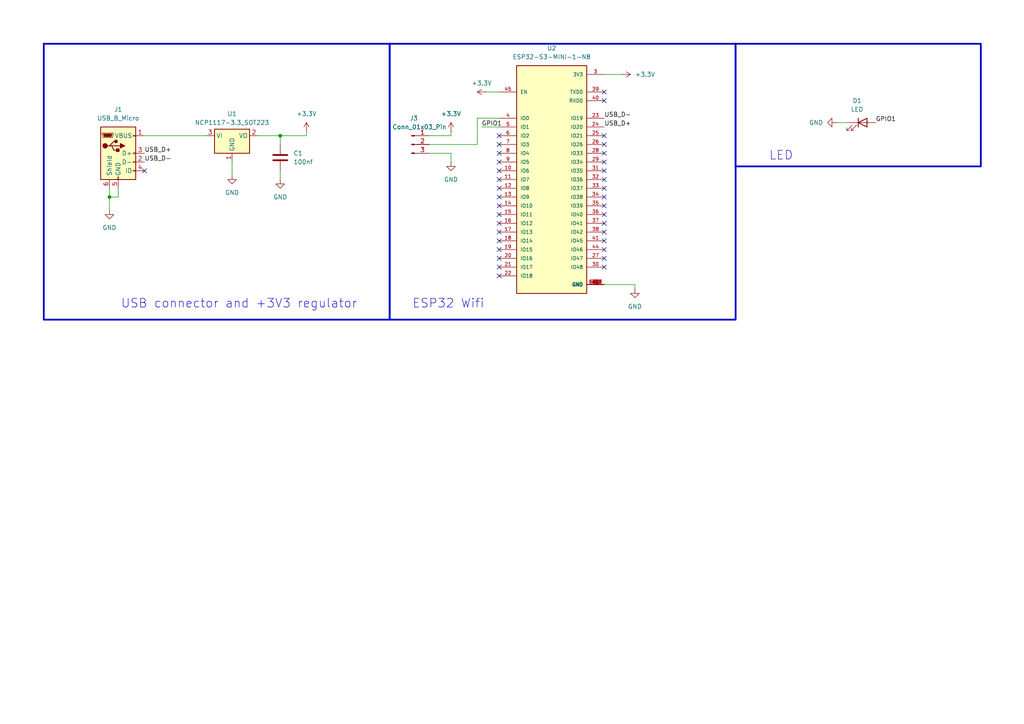
<source format=kicad_sch>
(kicad_sch
	(version 20231120)
	(generator "eeschema")
	(generator_version "8.0")
	(uuid "1bac8a9d-94b5-40e6-83a9-fb76b19d5c4b")
	(paper "A4")
	(lib_symbols
		(symbol "Connector:Conn_01x03_Pin"
			(pin_names
				(offset 1.016) hide)
			(exclude_from_sim no)
			(in_bom yes)
			(on_board yes)
			(property "Reference" "J"
				(at 0 5.08 0)
				(effects
					(font
						(size 1.27 1.27)
					)
				)
			)
			(property "Value" "Conn_01x03_Pin"
				(at 0 -5.08 0)
				(effects
					(font
						(size 1.27 1.27)
					)
				)
			)
			(property "Footprint" ""
				(at 0 0 0)
				(effects
					(font
						(size 1.27 1.27)
					)
					(hide yes)
				)
			)
			(property "Datasheet" "~"
				(at 0 0 0)
				(effects
					(font
						(size 1.27 1.27)
					)
					(hide yes)
				)
			)
			(property "Description" "Generic connector, single row, 01x03, script generated"
				(at 0 0 0)
				(effects
					(font
						(size 1.27 1.27)
					)
					(hide yes)
				)
			)
			(property "ki_locked" ""
				(at 0 0 0)
				(effects
					(font
						(size 1.27 1.27)
					)
				)
			)
			(property "ki_keywords" "connector"
				(at 0 0 0)
				(effects
					(font
						(size 1.27 1.27)
					)
					(hide yes)
				)
			)
			(property "ki_fp_filters" "Connector*:*_1x??_*"
				(at 0 0 0)
				(effects
					(font
						(size 1.27 1.27)
					)
					(hide yes)
				)
			)
			(symbol "Conn_01x03_Pin_1_1"
				(polyline
					(pts
						(xy 1.27 -2.54) (xy 0.8636 -2.54)
					)
					(stroke
						(width 0.1524)
						(type default)
					)
					(fill
						(type none)
					)
				)
				(polyline
					(pts
						(xy 1.27 0) (xy 0.8636 0)
					)
					(stroke
						(width 0.1524)
						(type default)
					)
					(fill
						(type none)
					)
				)
				(polyline
					(pts
						(xy 1.27 2.54) (xy 0.8636 2.54)
					)
					(stroke
						(width 0.1524)
						(type default)
					)
					(fill
						(type none)
					)
				)
				(rectangle
					(start 0.8636 -2.413)
					(end 0 -2.667)
					(stroke
						(width 0.1524)
						(type default)
					)
					(fill
						(type outline)
					)
				)
				(rectangle
					(start 0.8636 0.127)
					(end 0 -0.127)
					(stroke
						(width 0.1524)
						(type default)
					)
					(fill
						(type outline)
					)
				)
				(rectangle
					(start 0.8636 2.667)
					(end 0 2.413)
					(stroke
						(width 0.1524)
						(type default)
					)
					(fill
						(type outline)
					)
				)
				(pin passive line
					(at 5.08 2.54 180)
					(length 3.81)
					(name "Pin_1"
						(effects
							(font
								(size 1.27 1.27)
							)
						)
					)
					(number "1"
						(effects
							(font
								(size 1.27 1.27)
							)
						)
					)
				)
				(pin passive line
					(at 5.08 0 180)
					(length 3.81)
					(name "Pin_2"
						(effects
							(font
								(size 1.27 1.27)
							)
						)
					)
					(number "2"
						(effects
							(font
								(size 1.27 1.27)
							)
						)
					)
				)
				(pin passive line
					(at 5.08 -2.54 180)
					(length 3.81)
					(name "Pin_3"
						(effects
							(font
								(size 1.27 1.27)
							)
						)
					)
					(number "3"
						(effects
							(font
								(size 1.27 1.27)
							)
						)
					)
				)
			)
		)
		(symbol "Connector:USB_B_Micro"
			(pin_names
				(offset 1.016)
			)
			(exclude_from_sim no)
			(in_bom yes)
			(on_board yes)
			(property "Reference" "J"
				(at -5.08 11.43 0)
				(effects
					(font
						(size 1.27 1.27)
					)
					(justify left)
				)
			)
			(property "Value" "USB_B_Micro"
				(at -5.08 8.89 0)
				(effects
					(font
						(size 1.27 1.27)
					)
					(justify left)
				)
			)
			(property "Footprint" ""
				(at 3.81 -1.27 0)
				(effects
					(font
						(size 1.27 1.27)
					)
					(hide yes)
				)
			)
			(property "Datasheet" "~"
				(at 3.81 -1.27 0)
				(effects
					(font
						(size 1.27 1.27)
					)
					(hide yes)
				)
			)
			(property "Description" "USB Micro Type B connector"
				(at 0 0 0)
				(effects
					(font
						(size 1.27 1.27)
					)
					(hide yes)
				)
			)
			(property "ki_keywords" "connector USB micro"
				(at 0 0 0)
				(effects
					(font
						(size 1.27 1.27)
					)
					(hide yes)
				)
			)
			(property "ki_fp_filters" "USB*"
				(at 0 0 0)
				(effects
					(font
						(size 1.27 1.27)
					)
					(hide yes)
				)
			)
			(symbol "USB_B_Micro_0_1"
				(rectangle
					(start -5.08 -7.62)
					(end 5.08 7.62)
					(stroke
						(width 0.254)
						(type default)
					)
					(fill
						(type background)
					)
				)
				(circle
					(center -3.81 2.159)
					(radius 0.635)
					(stroke
						(width 0.254)
						(type default)
					)
					(fill
						(type outline)
					)
				)
				(circle
					(center -0.635 3.429)
					(radius 0.381)
					(stroke
						(width 0.254)
						(type default)
					)
					(fill
						(type outline)
					)
				)
				(rectangle
					(start -0.127 -7.62)
					(end 0.127 -6.858)
					(stroke
						(width 0)
						(type default)
					)
					(fill
						(type none)
					)
				)
				(polyline
					(pts
						(xy -1.905 2.159) (xy 0.635 2.159)
					)
					(stroke
						(width 0.254)
						(type default)
					)
					(fill
						(type none)
					)
				)
				(polyline
					(pts
						(xy -3.175 2.159) (xy -2.54 2.159) (xy -1.27 3.429) (xy -0.635 3.429)
					)
					(stroke
						(width 0.254)
						(type default)
					)
					(fill
						(type none)
					)
				)
				(polyline
					(pts
						(xy -2.54 2.159) (xy -1.905 2.159) (xy -1.27 0.889) (xy 0 0.889)
					)
					(stroke
						(width 0.254)
						(type default)
					)
					(fill
						(type none)
					)
				)
				(polyline
					(pts
						(xy 0.635 2.794) (xy 0.635 1.524) (xy 1.905 2.159) (xy 0.635 2.794)
					)
					(stroke
						(width 0.254)
						(type default)
					)
					(fill
						(type outline)
					)
				)
				(polyline
					(pts
						(xy -4.318 5.588) (xy -1.778 5.588) (xy -2.032 4.826) (xy -4.064 4.826) (xy -4.318 5.588)
					)
					(stroke
						(width 0)
						(type default)
					)
					(fill
						(type outline)
					)
				)
				(polyline
					(pts
						(xy -4.699 5.842) (xy -4.699 5.588) (xy -4.445 4.826) (xy -4.445 4.572) (xy -1.651 4.572) (xy -1.651 4.826)
						(xy -1.397 5.588) (xy -1.397 5.842) (xy -4.699 5.842)
					)
					(stroke
						(width 0)
						(type default)
					)
					(fill
						(type none)
					)
				)
				(rectangle
					(start 0.254 1.27)
					(end -0.508 0.508)
					(stroke
						(width 0.254)
						(type default)
					)
					(fill
						(type outline)
					)
				)
				(rectangle
					(start 5.08 -5.207)
					(end 4.318 -4.953)
					(stroke
						(width 0)
						(type default)
					)
					(fill
						(type none)
					)
				)
				(rectangle
					(start 5.08 -2.667)
					(end 4.318 -2.413)
					(stroke
						(width 0)
						(type default)
					)
					(fill
						(type none)
					)
				)
				(rectangle
					(start 5.08 -0.127)
					(end 4.318 0.127)
					(stroke
						(width 0)
						(type default)
					)
					(fill
						(type none)
					)
				)
				(rectangle
					(start 5.08 4.953)
					(end 4.318 5.207)
					(stroke
						(width 0)
						(type default)
					)
					(fill
						(type none)
					)
				)
			)
			(symbol "USB_B_Micro_1_1"
				(pin power_out line
					(at 7.62 5.08 180)
					(length 2.54)
					(name "VBUS"
						(effects
							(font
								(size 1.27 1.27)
							)
						)
					)
					(number "1"
						(effects
							(font
								(size 1.27 1.27)
							)
						)
					)
				)
				(pin bidirectional line
					(at 7.62 -2.54 180)
					(length 2.54)
					(name "D-"
						(effects
							(font
								(size 1.27 1.27)
							)
						)
					)
					(number "2"
						(effects
							(font
								(size 1.27 1.27)
							)
						)
					)
				)
				(pin bidirectional line
					(at 7.62 0 180)
					(length 2.54)
					(name "D+"
						(effects
							(font
								(size 1.27 1.27)
							)
						)
					)
					(number "3"
						(effects
							(font
								(size 1.27 1.27)
							)
						)
					)
				)
				(pin passive line
					(at 7.62 -5.08 180)
					(length 2.54)
					(name "ID"
						(effects
							(font
								(size 1.27 1.27)
							)
						)
					)
					(number "4"
						(effects
							(font
								(size 1.27 1.27)
							)
						)
					)
				)
				(pin power_out line
					(at 0 -10.16 90)
					(length 2.54)
					(name "GND"
						(effects
							(font
								(size 1.27 1.27)
							)
						)
					)
					(number "5"
						(effects
							(font
								(size 1.27 1.27)
							)
						)
					)
				)
				(pin passive line
					(at -2.54 -10.16 90)
					(length 2.54)
					(name "Shield"
						(effects
							(font
								(size 1.27 1.27)
							)
						)
					)
					(number "6"
						(effects
							(font
								(size 1.27 1.27)
							)
						)
					)
				)
			)
		)
		(symbol "Device:C"
			(pin_numbers hide)
			(pin_names
				(offset 0.254)
			)
			(exclude_from_sim no)
			(in_bom yes)
			(on_board yes)
			(property "Reference" "C"
				(at 0.635 2.54 0)
				(effects
					(font
						(size 1.27 1.27)
					)
					(justify left)
				)
			)
			(property "Value" "C"
				(at 0.635 -2.54 0)
				(effects
					(font
						(size 1.27 1.27)
					)
					(justify left)
				)
			)
			(property "Footprint" ""
				(at 0.9652 -3.81 0)
				(effects
					(font
						(size 1.27 1.27)
					)
					(hide yes)
				)
			)
			(property "Datasheet" "~"
				(at 0 0 0)
				(effects
					(font
						(size 1.27 1.27)
					)
					(hide yes)
				)
			)
			(property "Description" "Unpolarized capacitor"
				(at 0 0 0)
				(effects
					(font
						(size 1.27 1.27)
					)
					(hide yes)
				)
			)
			(property "ki_keywords" "cap capacitor"
				(at 0 0 0)
				(effects
					(font
						(size 1.27 1.27)
					)
					(hide yes)
				)
			)
			(property "ki_fp_filters" "C_*"
				(at 0 0 0)
				(effects
					(font
						(size 1.27 1.27)
					)
					(hide yes)
				)
			)
			(symbol "C_0_1"
				(polyline
					(pts
						(xy -2.032 -0.762) (xy 2.032 -0.762)
					)
					(stroke
						(width 0.508)
						(type default)
					)
					(fill
						(type none)
					)
				)
				(polyline
					(pts
						(xy -2.032 0.762) (xy 2.032 0.762)
					)
					(stroke
						(width 0.508)
						(type default)
					)
					(fill
						(type none)
					)
				)
			)
			(symbol "C_1_1"
				(pin passive line
					(at 0 3.81 270)
					(length 2.794)
					(name "~"
						(effects
							(font
								(size 1.27 1.27)
							)
						)
					)
					(number "1"
						(effects
							(font
								(size 1.27 1.27)
							)
						)
					)
				)
				(pin passive line
					(at 0 -3.81 90)
					(length 2.794)
					(name "~"
						(effects
							(font
								(size 1.27 1.27)
							)
						)
					)
					(number "2"
						(effects
							(font
								(size 1.27 1.27)
							)
						)
					)
				)
			)
		)
		(symbol "Device:LED"
			(pin_numbers hide)
			(pin_names
				(offset 1.016) hide)
			(exclude_from_sim no)
			(in_bom yes)
			(on_board yes)
			(property "Reference" "D"
				(at 0 2.54 0)
				(effects
					(font
						(size 1.27 1.27)
					)
				)
			)
			(property "Value" "LED"
				(at 0 -2.54 0)
				(effects
					(font
						(size 1.27 1.27)
					)
				)
			)
			(property "Footprint" ""
				(at 0 0 0)
				(effects
					(font
						(size 1.27 1.27)
					)
					(hide yes)
				)
			)
			(property "Datasheet" "~"
				(at 0 0 0)
				(effects
					(font
						(size 1.27 1.27)
					)
					(hide yes)
				)
			)
			(property "Description" "Light emitting diode"
				(at 0 0 0)
				(effects
					(font
						(size 1.27 1.27)
					)
					(hide yes)
				)
			)
			(property "ki_keywords" "LED diode"
				(at 0 0 0)
				(effects
					(font
						(size 1.27 1.27)
					)
					(hide yes)
				)
			)
			(property "ki_fp_filters" "LED* LED_SMD:* LED_THT:*"
				(at 0 0 0)
				(effects
					(font
						(size 1.27 1.27)
					)
					(hide yes)
				)
			)
			(symbol "LED_0_1"
				(polyline
					(pts
						(xy -1.27 -1.27) (xy -1.27 1.27)
					)
					(stroke
						(width 0.254)
						(type default)
					)
					(fill
						(type none)
					)
				)
				(polyline
					(pts
						(xy -1.27 0) (xy 1.27 0)
					)
					(stroke
						(width 0)
						(type default)
					)
					(fill
						(type none)
					)
				)
				(polyline
					(pts
						(xy 1.27 -1.27) (xy 1.27 1.27) (xy -1.27 0) (xy 1.27 -1.27)
					)
					(stroke
						(width 0.254)
						(type default)
					)
					(fill
						(type none)
					)
				)
				(polyline
					(pts
						(xy -3.048 -0.762) (xy -4.572 -2.286) (xy -3.81 -2.286) (xy -4.572 -2.286) (xy -4.572 -1.524)
					)
					(stroke
						(width 0)
						(type default)
					)
					(fill
						(type none)
					)
				)
				(polyline
					(pts
						(xy -1.778 -0.762) (xy -3.302 -2.286) (xy -2.54 -2.286) (xy -3.302 -2.286) (xy -3.302 -1.524)
					)
					(stroke
						(width 0)
						(type default)
					)
					(fill
						(type none)
					)
				)
			)
			(symbol "LED_1_1"
				(pin passive line
					(at -3.81 0 0)
					(length 2.54)
					(name "K"
						(effects
							(font
								(size 1.27 1.27)
							)
						)
					)
					(number "1"
						(effects
							(font
								(size 1.27 1.27)
							)
						)
					)
				)
				(pin passive line
					(at 3.81 0 180)
					(length 2.54)
					(name "A"
						(effects
							(font
								(size 1.27 1.27)
							)
						)
					)
					(number "2"
						(effects
							(font
								(size 1.27 1.27)
							)
						)
					)
				)
			)
		)
		(symbol "ESP32-S3-MINI-1-N8:ESP32-S3-MINI-1-N8"
			(pin_names
				(offset 1.016)
			)
			(exclude_from_sim no)
			(in_bom yes)
			(on_board yes)
			(property "Reference" "U"
				(at -10.16 34.29 0)
				(effects
					(font
						(size 1.27 1.27)
					)
					(justify left bottom)
				)
			)
			(property "Value" "ESP32-S3-MINI-1-N8"
				(at -10.16 -35.56 0)
				(effects
					(font
						(size 1.27 1.27)
					)
					(justify left bottom)
				)
			)
			(property "Footprint" "ESP32-S3-MINI-1-N8:XCVR_ESP32-S3-MINI-1-N8"
				(at 0 0 0)
				(effects
					(font
						(size 1.27 1.27)
					)
					(justify bottom)
					(hide yes)
				)
			)
			(property "Datasheet" ""
				(at 0 0 0)
				(effects
					(font
						(size 1.27 1.27)
					)
					(hide yes)
				)
			)
			(property "Description" ""
				(at 0 0 0)
				(effects
					(font
						(size 1.27 1.27)
					)
					(hide yes)
				)
			)
			(property "MF" "Espressif Systems"
				(at 0 0 0)
				(effects
					(font
						(size 1.27 1.27)
					)
					(justify bottom)
					(hide yes)
				)
			)
			(property "MAXIMUM_PACKAGE_HEIGHT" "2.55mm"
				(at 0 0 0)
				(effects
					(font
						(size 1.27 1.27)
					)
					(justify bottom)
					(hide yes)
				)
			)
			(property "Package" "None"
				(at 0 0 0)
				(effects
					(font
						(size 1.27 1.27)
					)
					(justify bottom)
					(hide yes)
				)
			)
			(property "Price" "None"
				(at 0 0 0)
				(effects
					(font
						(size 1.27 1.27)
					)
					(justify bottom)
					(hide yes)
				)
			)
			(property "Check_prices" "https://www.snapeda.com/parts/ESP32-S3-MINI-1-N8/Espressif+Systems/view-part/?ref=eda"
				(at 0 0 0)
				(effects
					(font
						(size 1.27 1.27)
					)
					(justify bottom)
					(hide yes)
				)
			)
			(property "STANDARD" "Manufacturer Recommendations"
				(at 0 0 0)
				(effects
					(font
						(size 1.27 1.27)
					)
					(justify bottom)
					(hide yes)
				)
			)
			(property "PARTREV" "v0.6"
				(at 0 0 0)
				(effects
					(font
						(size 1.27 1.27)
					)
					(justify bottom)
					(hide yes)
				)
			)
			(property "SnapEDA_Link" "https://www.snapeda.com/parts/ESP32-S3-MINI-1-N8/Espressif+Systems/view-part/?ref=snap"
				(at 0 0 0)
				(effects
					(font
						(size 1.27 1.27)
					)
					(justify bottom)
					(hide yes)
				)
			)
			(property "MP" "ESP32-S3-MINI-1-N8"
				(at 0 0 0)
				(effects
					(font
						(size 1.27 1.27)
					)
					(justify bottom)
					(hide yes)
				)
			)
			(property "Description_1" "\n                        \n                            Bluetooth, WiFi 802.11b/g/n, Bluetooth v5.0 Transceiver Module 2.4GHz PCB Trace Surface Mount\n                        \n"
				(at 0 0 0)
				(effects
					(font
						(size 1.27 1.27)
					)
					(justify bottom)
					(hide yes)
				)
			)
			(property "Availability" "In Stock"
				(at 0 0 0)
				(effects
					(font
						(size 1.27 1.27)
					)
					(justify bottom)
					(hide yes)
				)
			)
			(property "MANUFACTURER" "Espressif"
				(at 0 0 0)
				(effects
					(font
						(size 1.27 1.27)
					)
					(justify bottom)
					(hide yes)
				)
			)
			(symbol "ESP32-S3-MINI-1-N8_0_0"
				(rectangle
					(start -10.16 -33.02)
					(end 10.16 33.02)
					(stroke
						(width 0.254)
						(type default)
					)
					(fill
						(type background)
					)
				)
				(pin power_in line
					(at 15.24 -30.48 180)
					(length 5.08)
					(name "GND"
						(effects
							(font
								(size 1.016 1.016)
							)
						)
					)
					(number "1"
						(effects
							(font
								(size 1.016 1.016)
							)
						)
					)
				)
				(pin bidirectional line
					(at -15.24 2.54 0)
					(length 5.08)
					(name "IO6"
						(effects
							(font
								(size 1.016 1.016)
							)
						)
					)
					(number "10"
						(effects
							(font
								(size 1.016 1.016)
							)
						)
					)
				)
				(pin bidirectional line
					(at -15.24 0 0)
					(length 5.08)
					(name "IO7"
						(effects
							(font
								(size 1.016 1.016)
							)
						)
					)
					(number "11"
						(effects
							(font
								(size 1.016 1.016)
							)
						)
					)
				)
				(pin bidirectional line
					(at -15.24 -2.54 0)
					(length 5.08)
					(name "IO8"
						(effects
							(font
								(size 1.016 1.016)
							)
						)
					)
					(number "12"
						(effects
							(font
								(size 1.016 1.016)
							)
						)
					)
				)
				(pin bidirectional line
					(at -15.24 -5.08 0)
					(length 5.08)
					(name "IO9"
						(effects
							(font
								(size 1.016 1.016)
							)
						)
					)
					(number "13"
						(effects
							(font
								(size 1.016 1.016)
							)
						)
					)
				)
				(pin bidirectional line
					(at -15.24 -7.62 0)
					(length 5.08)
					(name "IO10"
						(effects
							(font
								(size 1.016 1.016)
							)
						)
					)
					(number "14"
						(effects
							(font
								(size 1.016 1.016)
							)
						)
					)
				)
				(pin bidirectional line
					(at -15.24 -10.16 0)
					(length 5.08)
					(name "IO11"
						(effects
							(font
								(size 1.016 1.016)
							)
						)
					)
					(number "15"
						(effects
							(font
								(size 1.016 1.016)
							)
						)
					)
				)
				(pin bidirectional line
					(at -15.24 -12.7 0)
					(length 5.08)
					(name "IO12"
						(effects
							(font
								(size 1.016 1.016)
							)
						)
					)
					(number "16"
						(effects
							(font
								(size 1.016 1.016)
							)
						)
					)
				)
				(pin bidirectional line
					(at -15.24 -15.24 0)
					(length 5.08)
					(name "IO13"
						(effects
							(font
								(size 1.016 1.016)
							)
						)
					)
					(number "17"
						(effects
							(font
								(size 1.016 1.016)
							)
						)
					)
				)
				(pin bidirectional line
					(at -15.24 -17.78 0)
					(length 5.08)
					(name "IO14"
						(effects
							(font
								(size 1.016 1.016)
							)
						)
					)
					(number "18"
						(effects
							(font
								(size 1.016 1.016)
							)
						)
					)
				)
				(pin bidirectional line
					(at -15.24 -20.32 0)
					(length 5.08)
					(name "IO15"
						(effects
							(font
								(size 1.016 1.016)
							)
						)
					)
					(number "19"
						(effects
							(font
								(size 1.016 1.016)
							)
						)
					)
				)
				(pin power_in line
					(at 15.24 -30.48 180)
					(length 5.08)
					(name "GND"
						(effects
							(font
								(size 1.016 1.016)
							)
						)
					)
					(number "2"
						(effects
							(font
								(size 1.016 1.016)
							)
						)
					)
				)
				(pin bidirectional line
					(at -15.24 -22.86 0)
					(length 5.08)
					(name "IO16"
						(effects
							(font
								(size 1.016 1.016)
							)
						)
					)
					(number "20"
						(effects
							(font
								(size 1.016 1.016)
							)
						)
					)
				)
				(pin bidirectional line
					(at -15.24 -25.4 0)
					(length 5.08)
					(name "IO17"
						(effects
							(font
								(size 1.016 1.016)
							)
						)
					)
					(number "21"
						(effects
							(font
								(size 1.016 1.016)
							)
						)
					)
				)
				(pin bidirectional line
					(at -15.24 -27.94 0)
					(length 5.08)
					(name "IO18"
						(effects
							(font
								(size 1.016 1.016)
							)
						)
					)
					(number "22"
						(effects
							(font
								(size 1.016 1.016)
							)
						)
					)
				)
				(pin bidirectional line
					(at 15.24 17.78 180)
					(length 5.08)
					(name "IO19"
						(effects
							(font
								(size 1.016 1.016)
							)
						)
					)
					(number "23"
						(effects
							(font
								(size 1.016 1.016)
							)
						)
					)
				)
				(pin bidirectional line
					(at 15.24 15.24 180)
					(length 5.08)
					(name "IO20"
						(effects
							(font
								(size 1.016 1.016)
							)
						)
					)
					(number "24"
						(effects
							(font
								(size 1.016 1.016)
							)
						)
					)
				)
				(pin bidirectional line
					(at 15.24 12.7 180)
					(length 5.08)
					(name "IO21"
						(effects
							(font
								(size 1.016 1.016)
							)
						)
					)
					(number "25"
						(effects
							(font
								(size 1.016 1.016)
							)
						)
					)
				)
				(pin bidirectional line
					(at 15.24 10.16 180)
					(length 5.08)
					(name "IO26"
						(effects
							(font
								(size 1.016 1.016)
							)
						)
					)
					(number "26"
						(effects
							(font
								(size 1.016 1.016)
							)
						)
					)
				)
				(pin bidirectional line
					(at 15.24 -22.86 180)
					(length 5.08)
					(name "IO47"
						(effects
							(font
								(size 1.016 1.016)
							)
						)
					)
					(number "27"
						(effects
							(font
								(size 1.016 1.016)
							)
						)
					)
				)
				(pin bidirectional line
					(at 15.24 7.62 180)
					(length 5.08)
					(name "IO33"
						(effects
							(font
								(size 1.016 1.016)
							)
						)
					)
					(number "28"
						(effects
							(font
								(size 1.016 1.016)
							)
						)
					)
				)
				(pin bidirectional line
					(at 15.24 5.08 180)
					(length 5.08)
					(name "IO34"
						(effects
							(font
								(size 1.016 1.016)
							)
						)
					)
					(number "29"
						(effects
							(font
								(size 1.016 1.016)
							)
						)
					)
				)
				(pin power_in line
					(at 15.24 30.48 180)
					(length 5.08)
					(name "3V3"
						(effects
							(font
								(size 1.016 1.016)
							)
						)
					)
					(number "3"
						(effects
							(font
								(size 1.016 1.016)
							)
						)
					)
				)
				(pin bidirectional line
					(at 15.24 -25.4 180)
					(length 5.08)
					(name "IO48"
						(effects
							(font
								(size 1.016 1.016)
							)
						)
					)
					(number "30"
						(effects
							(font
								(size 1.016 1.016)
							)
						)
					)
				)
				(pin bidirectional line
					(at 15.24 2.54 180)
					(length 5.08)
					(name "IO35"
						(effects
							(font
								(size 1.016 1.016)
							)
						)
					)
					(number "31"
						(effects
							(font
								(size 1.016 1.016)
							)
						)
					)
				)
				(pin bidirectional line
					(at 15.24 0 180)
					(length 5.08)
					(name "IO36"
						(effects
							(font
								(size 1.016 1.016)
							)
						)
					)
					(number "32"
						(effects
							(font
								(size 1.016 1.016)
							)
						)
					)
				)
				(pin bidirectional line
					(at 15.24 -2.54 180)
					(length 5.08)
					(name "IO37"
						(effects
							(font
								(size 1.016 1.016)
							)
						)
					)
					(number "33"
						(effects
							(font
								(size 1.016 1.016)
							)
						)
					)
				)
				(pin bidirectional line
					(at 15.24 -5.08 180)
					(length 5.08)
					(name "IO38"
						(effects
							(font
								(size 1.016 1.016)
							)
						)
					)
					(number "34"
						(effects
							(font
								(size 1.016 1.016)
							)
						)
					)
				)
				(pin bidirectional line
					(at 15.24 -7.62 180)
					(length 5.08)
					(name "IO39"
						(effects
							(font
								(size 1.016 1.016)
							)
						)
					)
					(number "35"
						(effects
							(font
								(size 1.016 1.016)
							)
						)
					)
				)
				(pin bidirectional line
					(at 15.24 -10.16 180)
					(length 5.08)
					(name "IO40"
						(effects
							(font
								(size 1.016 1.016)
							)
						)
					)
					(number "36"
						(effects
							(font
								(size 1.016 1.016)
							)
						)
					)
				)
				(pin bidirectional line
					(at 15.24 -12.7 180)
					(length 5.08)
					(name "IO41"
						(effects
							(font
								(size 1.016 1.016)
							)
						)
					)
					(number "37"
						(effects
							(font
								(size 1.016 1.016)
							)
						)
					)
				)
				(pin bidirectional line
					(at 15.24 -15.24 180)
					(length 5.08)
					(name "IO42"
						(effects
							(font
								(size 1.016 1.016)
							)
						)
					)
					(number "38"
						(effects
							(font
								(size 1.016 1.016)
							)
						)
					)
				)
				(pin bidirectional line
					(at 15.24 25.4 180)
					(length 5.08)
					(name "TXD0"
						(effects
							(font
								(size 1.016 1.016)
							)
						)
					)
					(number "39"
						(effects
							(font
								(size 1.016 1.016)
							)
						)
					)
				)
				(pin bidirectional line
					(at -15.24 17.78 0)
					(length 5.08)
					(name "IO0"
						(effects
							(font
								(size 1.016 1.016)
							)
						)
					)
					(number "4"
						(effects
							(font
								(size 1.016 1.016)
							)
						)
					)
				)
				(pin bidirectional line
					(at 15.24 22.86 180)
					(length 5.08)
					(name "RXD0"
						(effects
							(font
								(size 1.016 1.016)
							)
						)
					)
					(number "40"
						(effects
							(font
								(size 1.016 1.016)
							)
						)
					)
				)
				(pin bidirectional line
					(at 15.24 -17.78 180)
					(length 5.08)
					(name "IO45"
						(effects
							(font
								(size 1.016 1.016)
							)
						)
					)
					(number "41"
						(effects
							(font
								(size 1.016 1.016)
							)
						)
					)
				)
				(pin power_in line
					(at 15.24 -30.48 180)
					(length 5.08)
					(name "GND"
						(effects
							(font
								(size 1.016 1.016)
							)
						)
					)
					(number "42"
						(effects
							(font
								(size 1.016 1.016)
							)
						)
					)
				)
				(pin power_in line
					(at 15.24 -30.48 180)
					(length 5.08)
					(name "GND"
						(effects
							(font
								(size 1.016 1.016)
							)
						)
					)
					(number "43"
						(effects
							(font
								(size 1.016 1.016)
							)
						)
					)
				)
				(pin bidirectional line
					(at 15.24 -20.32 180)
					(length 5.08)
					(name "IO46"
						(effects
							(font
								(size 1.016 1.016)
							)
						)
					)
					(number "44"
						(effects
							(font
								(size 1.016 1.016)
							)
						)
					)
				)
				(pin input line
					(at -15.24 25.4 0)
					(length 5.08)
					(name "EN"
						(effects
							(font
								(size 1.016 1.016)
							)
						)
					)
					(number "45"
						(effects
							(font
								(size 1.016 1.016)
							)
						)
					)
				)
				(pin power_in line
					(at 15.24 -30.48 180)
					(length 5.08)
					(name "GND"
						(effects
							(font
								(size 1.016 1.016)
							)
						)
					)
					(number "46"
						(effects
							(font
								(size 1.016 1.016)
							)
						)
					)
				)
				(pin power_in line
					(at 15.24 -30.48 180)
					(length 5.08)
					(name "GND"
						(effects
							(font
								(size 1.016 1.016)
							)
						)
					)
					(number "47"
						(effects
							(font
								(size 1.016 1.016)
							)
						)
					)
				)
				(pin power_in line
					(at 15.24 -30.48 180)
					(length 5.08)
					(name "GND"
						(effects
							(font
								(size 1.016 1.016)
							)
						)
					)
					(number "48"
						(effects
							(font
								(size 1.016 1.016)
							)
						)
					)
				)
				(pin power_in line
					(at 15.24 -30.48 180)
					(length 5.08)
					(name "GND"
						(effects
							(font
								(size 1.016 1.016)
							)
						)
					)
					(number "49"
						(effects
							(font
								(size 1.016 1.016)
							)
						)
					)
				)
				(pin bidirectional line
					(at -15.24 15.24 0)
					(length 5.08)
					(name "IO1"
						(effects
							(font
								(size 1.016 1.016)
							)
						)
					)
					(number "5"
						(effects
							(font
								(size 1.016 1.016)
							)
						)
					)
				)
				(pin power_in line
					(at 15.24 -30.48 180)
					(length 5.08)
					(name "GND"
						(effects
							(font
								(size 1.016 1.016)
							)
						)
					)
					(number "50"
						(effects
							(font
								(size 1.016 1.016)
							)
						)
					)
				)
				(pin power_in line
					(at 15.24 -30.48 180)
					(length 5.08)
					(name "GND"
						(effects
							(font
								(size 1.016 1.016)
							)
						)
					)
					(number "51"
						(effects
							(font
								(size 1.016 1.016)
							)
						)
					)
				)
				(pin power_in line
					(at 15.24 -30.48 180)
					(length 5.08)
					(name "GND"
						(effects
							(font
								(size 1.016 1.016)
							)
						)
					)
					(number "52"
						(effects
							(font
								(size 1.016 1.016)
							)
						)
					)
				)
				(pin power_in line
					(at 15.24 -30.48 180)
					(length 5.08)
					(name "GND"
						(effects
							(font
								(size 1.016 1.016)
							)
						)
					)
					(number "53"
						(effects
							(font
								(size 1.016 1.016)
							)
						)
					)
				)
				(pin power_in line
					(at 15.24 -30.48 180)
					(length 5.08)
					(name "GND"
						(effects
							(font
								(size 1.016 1.016)
							)
						)
					)
					(number "54"
						(effects
							(font
								(size 1.016 1.016)
							)
						)
					)
				)
				(pin power_in line
					(at 15.24 -30.48 180)
					(length 5.08)
					(name "GND"
						(effects
							(font
								(size 1.016 1.016)
							)
						)
					)
					(number "55"
						(effects
							(font
								(size 1.016 1.016)
							)
						)
					)
				)
				(pin power_in line
					(at 15.24 -30.48 180)
					(length 5.08)
					(name "GND"
						(effects
							(font
								(size 1.016 1.016)
							)
						)
					)
					(number "56"
						(effects
							(font
								(size 1.016 1.016)
							)
						)
					)
				)
				(pin power_in line
					(at 15.24 -30.48 180)
					(length 5.08)
					(name "GND"
						(effects
							(font
								(size 1.016 1.016)
							)
						)
					)
					(number "57"
						(effects
							(font
								(size 1.016 1.016)
							)
						)
					)
				)
				(pin power_in line
					(at 15.24 -30.48 180)
					(length 5.08)
					(name "GND"
						(effects
							(font
								(size 1.016 1.016)
							)
						)
					)
					(number "58"
						(effects
							(font
								(size 1.016 1.016)
							)
						)
					)
				)
				(pin power_in line
					(at 15.24 -30.48 180)
					(length 5.08)
					(name "GND"
						(effects
							(font
								(size 1.016 1.016)
							)
						)
					)
					(number "59"
						(effects
							(font
								(size 1.016 1.016)
							)
						)
					)
				)
				(pin bidirectional line
					(at -15.24 12.7 0)
					(length 5.08)
					(name "IO2"
						(effects
							(font
								(size 1.016 1.016)
							)
						)
					)
					(number "6"
						(effects
							(font
								(size 1.016 1.016)
							)
						)
					)
				)
				(pin power_in line
					(at 15.24 -30.48 180)
					(length 5.08)
					(name "GND"
						(effects
							(font
								(size 1.016 1.016)
							)
						)
					)
					(number "60"
						(effects
							(font
								(size 1.016 1.016)
							)
						)
					)
				)
				(pin power_in line
					(at 15.24 -30.48 180)
					(length 5.08)
					(name "GND"
						(effects
							(font
								(size 1.016 1.016)
							)
						)
					)
					(number "61"
						(effects
							(font
								(size 1.016 1.016)
							)
						)
					)
				)
				(pin power_in line
					(at 15.24 -30.48 180)
					(length 5.08)
					(name "GND"
						(effects
							(font
								(size 1.016 1.016)
							)
						)
					)
					(number "61_1"
						(effects
							(font
								(size 1.016 1.016)
							)
						)
					)
				)
				(pin power_in line
					(at 15.24 -30.48 180)
					(length 5.08)
					(name "GND"
						(effects
							(font
								(size 1.016 1.016)
							)
						)
					)
					(number "61_2"
						(effects
							(font
								(size 1.016 1.016)
							)
						)
					)
				)
				(pin power_in line
					(at 15.24 -30.48 180)
					(length 5.08)
					(name "GND"
						(effects
							(font
								(size 1.016 1.016)
							)
						)
					)
					(number "61_3"
						(effects
							(font
								(size 1.016 1.016)
							)
						)
					)
				)
				(pin power_in line
					(at 15.24 -30.48 180)
					(length 5.08)
					(name "GND"
						(effects
							(font
								(size 1.016 1.016)
							)
						)
					)
					(number "61_4"
						(effects
							(font
								(size 1.016 1.016)
							)
						)
					)
				)
				(pin power_in line
					(at 15.24 -30.48 180)
					(length 5.08)
					(name "GND"
						(effects
							(font
								(size 1.016 1.016)
							)
						)
					)
					(number "61_5"
						(effects
							(font
								(size 1.016 1.016)
							)
						)
					)
				)
				(pin power_in line
					(at 15.24 -30.48 180)
					(length 5.08)
					(name "GND"
						(effects
							(font
								(size 1.016 1.016)
							)
						)
					)
					(number "61_6"
						(effects
							(font
								(size 1.016 1.016)
							)
						)
					)
				)
				(pin power_in line
					(at 15.24 -30.48 180)
					(length 5.08)
					(name "GND"
						(effects
							(font
								(size 1.016 1.016)
							)
						)
					)
					(number "61_7"
						(effects
							(font
								(size 1.016 1.016)
							)
						)
					)
				)
				(pin power_in line
					(at 15.24 -30.48 180)
					(length 5.08)
					(name "GND"
						(effects
							(font
								(size 1.016 1.016)
							)
						)
					)
					(number "61_8"
						(effects
							(font
								(size 1.016 1.016)
							)
						)
					)
				)
				(pin power_in line
					(at 15.24 -30.48 180)
					(length 5.08)
					(name "GND"
						(effects
							(font
								(size 1.016 1.016)
							)
						)
					)
					(number "62"
						(effects
							(font
								(size 1.016 1.016)
							)
						)
					)
				)
				(pin power_in line
					(at 15.24 -30.48 180)
					(length 5.08)
					(name "GND"
						(effects
							(font
								(size 1.016 1.016)
							)
						)
					)
					(number "63"
						(effects
							(font
								(size 1.016 1.016)
							)
						)
					)
				)
				(pin power_in line
					(at 15.24 -30.48 180)
					(length 5.08)
					(name "GND"
						(effects
							(font
								(size 1.016 1.016)
							)
						)
					)
					(number "64"
						(effects
							(font
								(size 1.016 1.016)
							)
						)
					)
				)
				(pin power_in line
					(at 15.24 -30.48 180)
					(length 5.08)
					(name "GND"
						(effects
							(font
								(size 1.016 1.016)
							)
						)
					)
					(number "65"
						(effects
							(font
								(size 1.016 1.016)
							)
						)
					)
				)
				(pin bidirectional line
					(at -15.24 10.16 0)
					(length 5.08)
					(name "IO3"
						(effects
							(font
								(size 1.016 1.016)
							)
						)
					)
					(number "7"
						(effects
							(font
								(size 1.016 1.016)
							)
						)
					)
				)
				(pin bidirectional line
					(at -15.24 7.62 0)
					(length 5.08)
					(name "IO4"
						(effects
							(font
								(size 1.016 1.016)
							)
						)
					)
					(number "8"
						(effects
							(font
								(size 1.016 1.016)
							)
						)
					)
				)
				(pin bidirectional line
					(at -15.24 5.08 0)
					(length 5.08)
					(name "IO5"
						(effects
							(font
								(size 1.016 1.016)
							)
						)
					)
					(number "9"
						(effects
							(font
								(size 1.016 1.016)
							)
						)
					)
				)
			)
		)
		(symbol "Regulator_Linear:NCP1117-3.3_SOT223"
			(exclude_from_sim no)
			(in_bom yes)
			(on_board yes)
			(property "Reference" "U"
				(at -3.81 3.175 0)
				(effects
					(font
						(size 1.27 1.27)
					)
				)
			)
			(property "Value" "NCP1117-3.3_SOT223"
				(at 0 3.175 0)
				(effects
					(font
						(size 1.27 1.27)
					)
					(justify left)
				)
			)
			(property "Footprint" "Package_TO_SOT_SMD:SOT-223-3_TabPin2"
				(at 0 5.08 0)
				(effects
					(font
						(size 1.27 1.27)
					)
					(hide yes)
				)
			)
			(property "Datasheet" "http://www.onsemi.com/pub_link/Collateral/NCP1117-D.PDF"
				(at 2.54 -6.35 0)
				(effects
					(font
						(size 1.27 1.27)
					)
					(hide yes)
				)
			)
			(property "Description" "1A Low drop-out regulator, Fixed Output 3.3V, SOT-223"
				(at 0 0 0)
				(effects
					(font
						(size 1.27 1.27)
					)
					(hide yes)
				)
			)
			(property "ki_keywords" "REGULATOR LDO 3.3V"
				(at 0 0 0)
				(effects
					(font
						(size 1.27 1.27)
					)
					(hide yes)
				)
			)
			(property "ki_fp_filters" "SOT?223*TabPin2*"
				(at 0 0 0)
				(effects
					(font
						(size 1.27 1.27)
					)
					(hide yes)
				)
			)
			(symbol "NCP1117-3.3_SOT223_0_1"
				(rectangle
					(start -5.08 -5.08)
					(end 5.08 1.905)
					(stroke
						(width 0.254)
						(type default)
					)
					(fill
						(type background)
					)
				)
			)
			(symbol "NCP1117-3.3_SOT223_1_1"
				(pin power_in line
					(at 0 -7.62 90)
					(length 2.54)
					(name "GND"
						(effects
							(font
								(size 1.27 1.27)
							)
						)
					)
					(number "1"
						(effects
							(font
								(size 1.27 1.27)
							)
						)
					)
				)
				(pin power_out line
					(at 7.62 0 180)
					(length 2.54)
					(name "VO"
						(effects
							(font
								(size 1.27 1.27)
							)
						)
					)
					(number "2"
						(effects
							(font
								(size 1.27 1.27)
							)
						)
					)
				)
				(pin power_in line
					(at -7.62 0 0)
					(length 2.54)
					(name "VI"
						(effects
							(font
								(size 1.27 1.27)
							)
						)
					)
					(number "3"
						(effects
							(font
								(size 1.27 1.27)
							)
						)
					)
				)
			)
		)
		(symbol "power:+3.3V"
			(power)
			(pin_numbers hide)
			(pin_names
				(offset 0) hide)
			(exclude_from_sim no)
			(in_bom yes)
			(on_board yes)
			(property "Reference" "#PWR"
				(at 0 -3.81 0)
				(effects
					(font
						(size 1.27 1.27)
					)
					(hide yes)
				)
			)
			(property "Value" "+3.3V"
				(at 0 3.556 0)
				(effects
					(font
						(size 1.27 1.27)
					)
				)
			)
			(property "Footprint" ""
				(at 0 0 0)
				(effects
					(font
						(size 1.27 1.27)
					)
					(hide yes)
				)
			)
			(property "Datasheet" ""
				(at 0 0 0)
				(effects
					(font
						(size 1.27 1.27)
					)
					(hide yes)
				)
			)
			(property "Description" "Power symbol creates a global label with name \"+3.3V\""
				(at 0 0 0)
				(effects
					(font
						(size 1.27 1.27)
					)
					(hide yes)
				)
			)
			(property "ki_keywords" "global power"
				(at 0 0 0)
				(effects
					(font
						(size 1.27 1.27)
					)
					(hide yes)
				)
			)
			(symbol "+3.3V_0_1"
				(polyline
					(pts
						(xy -0.762 1.27) (xy 0 2.54)
					)
					(stroke
						(width 0)
						(type default)
					)
					(fill
						(type none)
					)
				)
				(polyline
					(pts
						(xy 0 0) (xy 0 2.54)
					)
					(stroke
						(width 0)
						(type default)
					)
					(fill
						(type none)
					)
				)
				(polyline
					(pts
						(xy 0 2.54) (xy 0.762 1.27)
					)
					(stroke
						(width 0)
						(type default)
					)
					(fill
						(type none)
					)
				)
			)
			(symbol "+3.3V_1_1"
				(pin power_in line
					(at 0 0 90)
					(length 0)
					(name "~"
						(effects
							(font
								(size 1.27 1.27)
							)
						)
					)
					(number "1"
						(effects
							(font
								(size 1.27 1.27)
							)
						)
					)
				)
			)
		)
		(symbol "power:GND"
			(power)
			(pin_numbers hide)
			(pin_names
				(offset 0) hide)
			(exclude_from_sim no)
			(in_bom yes)
			(on_board yes)
			(property "Reference" "#PWR"
				(at 0 -6.35 0)
				(effects
					(font
						(size 1.27 1.27)
					)
					(hide yes)
				)
			)
			(property "Value" "GND"
				(at 0 -3.81 0)
				(effects
					(font
						(size 1.27 1.27)
					)
				)
			)
			(property "Footprint" ""
				(at 0 0 0)
				(effects
					(font
						(size 1.27 1.27)
					)
					(hide yes)
				)
			)
			(property "Datasheet" ""
				(at 0 0 0)
				(effects
					(font
						(size 1.27 1.27)
					)
					(hide yes)
				)
			)
			(property "Description" "Power symbol creates a global label with name \"GND\" , ground"
				(at 0 0 0)
				(effects
					(font
						(size 1.27 1.27)
					)
					(hide yes)
				)
			)
			(property "ki_keywords" "global power"
				(at 0 0 0)
				(effects
					(font
						(size 1.27 1.27)
					)
					(hide yes)
				)
			)
			(symbol "GND_0_1"
				(polyline
					(pts
						(xy 0 0) (xy 0 -1.27) (xy 1.27 -1.27) (xy 0 -2.54) (xy -1.27 -1.27) (xy 0 -1.27)
					)
					(stroke
						(width 0)
						(type default)
					)
					(fill
						(type none)
					)
				)
			)
			(symbol "GND_1_1"
				(pin power_in line
					(at 0 0 270)
					(length 0)
					(name "~"
						(effects
							(font
								(size 1.27 1.27)
							)
						)
					)
					(number "1"
						(effects
							(font
								(size 1.27 1.27)
							)
						)
					)
				)
			)
		)
	)
	(junction
		(at 31.75 57.15)
		(diameter 0)
		(color 0 0 0 0)
		(uuid "0d8865ca-f3f5-442e-bed5-5e4806f4e4e8")
	)
	(junction
		(at 81.28 39.37)
		(diameter 0)
		(color 0 0 0 0)
		(uuid "e1acc5c1-aba8-4b1d-a3c3-c53ba6781939")
	)
	(no_connect
		(at 144.78 67.31)
		(uuid "091c1ae9-e0b3-43b6-98b6-d79c3d4279d0")
	)
	(no_connect
		(at 144.78 64.77)
		(uuid "16ea4f5f-621f-4485-98e1-519e090c2384")
	)
	(no_connect
		(at 175.26 41.91)
		(uuid "1e8bd99d-eea6-48be-b97f-53b0c49591d5")
	)
	(no_connect
		(at 144.78 54.61)
		(uuid "212d15a0-0c9d-415e-9d34-f1449fb32cdc")
	)
	(no_connect
		(at 175.26 49.53)
		(uuid "3377cc8d-f5f1-4525-a188-6059cc0854bf")
	)
	(no_connect
		(at 175.26 67.31)
		(uuid "396577aa-9011-420e-9b90-1fd3a686bbed")
	)
	(no_connect
		(at 175.26 69.85)
		(uuid "3e8caa12-2530-466f-950c-ca73f940605c")
	)
	(no_connect
		(at 144.78 59.69)
		(uuid "3fa860cf-597f-4cea-8f96-274f34456b22")
	)
	(no_connect
		(at 175.26 44.45)
		(uuid "450f95b3-3e34-40b5-8eaf-c295191df132")
	)
	(no_connect
		(at 144.78 49.53)
		(uuid "45ee7fbf-9e2b-4900-8d1f-2796c29c44c2")
	)
	(no_connect
		(at 175.26 77.47)
		(uuid "596ab855-cbce-4e86-9456-57034fb539d9")
	)
	(no_connect
		(at 175.26 54.61)
		(uuid "5c1888cc-448a-4d9f-aae0-2533fae74f1f")
	)
	(no_connect
		(at 144.78 46.99)
		(uuid "5ccfb3ee-da16-4447-a29b-4a349236f218")
	)
	(no_connect
		(at 175.26 62.23)
		(uuid "64723001-6605-45e2-9b19-3e2f04149622")
	)
	(no_connect
		(at 144.78 39.37)
		(uuid "6a6dcc76-58b6-4abd-8f88-01b881107902")
	)
	(no_connect
		(at 175.26 72.39)
		(uuid "70fd61e3-315c-4996-a1f9-9ce00d347046")
	)
	(no_connect
		(at 144.78 57.15)
		(uuid "74bcd2d5-a1e5-4453-80a0-15f502342963")
	)
	(no_connect
		(at 144.78 77.47)
		(uuid "77e24537-63b5-4706-8fe4-b5d475d37852")
	)
	(no_connect
		(at 144.78 69.85)
		(uuid "7f89496e-a9fc-4a13-8f21-b4a9a617e3ab")
	)
	(no_connect
		(at 144.78 62.23)
		(uuid "89005b81-2e49-4d33-8055-41841c62a307")
	)
	(no_connect
		(at 144.78 72.39)
		(uuid "8a22b251-c44c-4365-9eb7-6315ac7ef0b3")
	)
	(no_connect
		(at 144.78 44.45)
		(uuid "933300c3-1cce-471f-9e53-b438bd8408e8")
	)
	(no_connect
		(at 175.26 74.93)
		(uuid "93c1bae9-9774-4edf-a2bc-a8e4667603b8")
	)
	(no_connect
		(at 144.78 80.01)
		(uuid "98f3a677-03cf-4f3c-ab7e-54aa26fddf5e")
	)
	(no_connect
		(at 175.26 57.15)
		(uuid "a7bf7471-a793-4b37-92b4-9a937f8a9468")
	)
	(no_connect
		(at 41.91 49.53)
		(uuid "abf7b249-97f2-4925-acb9-b18985e8f0ed")
	)
	(no_connect
		(at 144.78 52.07)
		(uuid "afc308e2-327b-4f21-ac86-508fc33adb25")
	)
	(no_connect
		(at 175.26 46.99)
		(uuid "b13c99bc-c716-46ee-adbf-062fcfe13592")
	)
	(no_connect
		(at 175.26 64.77)
		(uuid "b97a0333-4aca-427b-9fdb-effdaf341c31")
	)
	(no_connect
		(at 175.26 59.69)
		(uuid "c78cc972-dfde-4d71-afc0-ced2704b3b15")
	)
	(no_connect
		(at 175.26 39.37)
		(uuid "d05b71ff-8605-46ab-91c4-7b6f79929536")
	)
	(no_connect
		(at 144.78 41.91)
		(uuid "d2a9e6be-ef3e-459b-90a3-b914be027ec5")
	)
	(no_connect
		(at 175.26 29.21)
		(uuid "d2e4f337-9142-464a-8bbd-118b1948d21f")
	)
	(no_connect
		(at 175.26 26.67)
		(uuid "da96c2f1-8b07-455d-904b-e5bdd8f94055")
	)
	(no_connect
		(at 144.78 74.93)
		(uuid "e2b7e5cf-32e3-4bd9-bee7-1449339d307a")
	)
	(no_connect
		(at 175.26 52.07)
		(uuid "fd75995a-05eb-4bc8-97b2-59e1b72cc8dc")
	)
	(wire
		(pts
			(xy 140.97 26.67) (xy 144.78 26.67)
		)
		(stroke
			(width 0)
			(type default)
		)
		(uuid "005b6603-35b0-4887-9954-1a8bb818ffce")
	)
	(wire
		(pts
			(xy 175.26 21.59) (xy 180.34 21.59)
		)
		(stroke
			(width 0)
			(type default)
		)
		(uuid "0ba7b676-eac6-4dc6-86a8-7daadf133b61")
	)
	(wire
		(pts
			(xy 139.7 36.83) (xy 144.78 36.83)
		)
		(stroke
			(width 0)
			(type default)
		)
		(uuid "16533096-09a7-401b-9d86-d71008012267")
	)
	(wire
		(pts
			(xy 34.29 54.61) (xy 34.29 57.15)
		)
		(stroke
			(width 0)
			(type default)
		)
		(uuid "1b248b65-8566-42c9-b24d-b2c094974d55")
	)
	(wire
		(pts
			(xy 138.43 41.91) (xy 124.46 41.91)
		)
		(stroke
			(width 0)
			(type default)
		)
		(uuid "31fed2d7-d117-4b9d-a4a3-d7d05736a16e")
	)
	(wire
		(pts
			(xy 67.31 46.99) (xy 67.31 50.8)
		)
		(stroke
			(width 0)
			(type default)
		)
		(uuid "3341fd1f-f162-483f-aebd-56659d6f021c")
	)
	(wire
		(pts
			(xy 184.15 83.82) (xy 184.15 82.55)
		)
		(stroke
			(width 0)
			(type default)
		)
		(uuid "393b77ee-b3be-4350-9da2-cfb80f0282e5")
	)
	(wire
		(pts
			(xy 31.75 57.15) (xy 31.75 60.96)
		)
		(stroke
			(width 0)
			(type default)
		)
		(uuid "3bbdc5e5-606e-41bc-8024-e0ba627b0471")
	)
	(wire
		(pts
			(xy 138.43 41.91) (xy 138.43 34.29)
		)
		(stroke
			(width 0)
			(type default)
		)
		(uuid "3fe6a076-a7e6-4860-985f-bf7d12f601af")
	)
	(wire
		(pts
			(xy 242.57 35.56) (xy 246.38 35.56)
		)
		(stroke
			(width 0)
			(type default)
		)
		(uuid "4073faf6-cf16-4bbd-96bd-8715111cd323")
	)
	(wire
		(pts
			(xy 31.75 54.61) (xy 31.75 57.15)
		)
		(stroke
			(width 0)
			(type default)
		)
		(uuid "533dcb45-22d2-41d8-bc2b-0f9e6ec17125")
	)
	(wire
		(pts
			(xy 81.28 49.53) (xy 81.28 52.07)
		)
		(stroke
			(width 0)
			(type default)
		)
		(uuid "54a89fb8-7556-4236-a4c7-0bc65e55cc55")
	)
	(wire
		(pts
			(xy 88.9 39.37) (xy 88.9 38.1)
		)
		(stroke
			(width 0)
			(type default)
		)
		(uuid "585bb5ca-9701-46af-8a56-6c3e66548df8")
	)
	(wire
		(pts
			(xy 130.81 46.99) (xy 130.81 44.45)
		)
		(stroke
			(width 0)
			(type default)
		)
		(uuid "6e51b8e7-7515-4534-92ae-ad4c76e5b700")
	)
	(wire
		(pts
			(xy 74.93 39.37) (xy 81.28 39.37)
		)
		(stroke
			(width 0)
			(type default)
		)
		(uuid "70473c92-323f-4c10-9b2d-7870adc6b02b")
	)
	(wire
		(pts
			(xy 41.91 39.37) (xy 59.69 39.37)
		)
		(stroke
			(width 0)
			(type default)
		)
		(uuid "7e976f5e-aff5-4c0c-9511-6936f6bd68e5")
	)
	(wire
		(pts
			(xy 130.81 44.45) (xy 124.46 44.45)
		)
		(stroke
			(width 0)
			(type default)
		)
		(uuid "92851dfc-bb9c-400c-a69d-1f52b357be51")
	)
	(wire
		(pts
			(xy 81.28 39.37) (xy 81.28 41.91)
		)
		(stroke
			(width 0)
			(type default)
		)
		(uuid "96938630-1203-4f74-bab7-dd7d20fe9594")
	)
	(wire
		(pts
			(xy 175.26 82.55) (xy 184.15 82.55)
		)
		(stroke
			(width 0)
			(type default)
		)
		(uuid "9b24d583-3c01-437f-88e5-9332ea4c3e61")
	)
	(wire
		(pts
			(xy 138.43 34.29) (xy 144.78 34.29)
		)
		(stroke
			(width 0)
			(type default)
		)
		(uuid "a4899a22-cdc4-4d5d-9658-9cf87455e0f1")
	)
	(wire
		(pts
			(xy 130.81 38.1) (xy 130.81 39.37)
		)
		(stroke
			(width 0)
			(type default)
		)
		(uuid "a9036158-a3e4-4e79-af4b-0636ab3b1f70")
	)
	(wire
		(pts
			(xy 81.28 39.37) (xy 88.9 39.37)
		)
		(stroke
			(width 0)
			(type default)
		)
		(uuid "ae13764e-91af-442f-ab44-4c62ba589c14")
	)
	(wire
		(pts
			(xy 124.46 39.37) (xy 130.81 39.37)
		)
		(stroke
			(width 0)
			(type default)
		)
		(uuid "c90d7cea-31dc-49d9-a76e-a64ef20047f5")
	)
	(wire
		(pts
			(xy 34.29 57.15) (xy 31.75 57.15)
		)
		(stroke
			(width 0)
			(type default)
		)
		(uuid "f1d2bfd2-168f-4835-ab6e-a10cae1e6cd8")
	)
	(rectangle
		(start 213.36 12.7)
		(end 284.48 48.26)
		(stroke
			(width 0.508)
			(type default)
		)
		(fill
			(type none)
		)
		(uuid 332a62e6-6293-4a55-8245-5d9cc8a0c0ec)
	)
	(rectangle
		(start 113.03 12.7)
		(end 213.36 92.71)
		(stroke
			(width 0.508)
			(type default)
		)
		(fill
			(type none)
		)
		(uuid 4b238fc3-ba26-4d13-af5a-e53d351152ca)
	)
	(rectangle
		(start 12.7 12.7)
		(end 113.03 92.71)
		(stroke
			(width 0.508)
			(type default)
		)
		(fill
			(type none)
		)
		(uuid 5150a446-7868-4c42-981f-5388d4977d9c)
	)
	(text "LED\n"
		(exclude_from_sim no)
		(at 226.568 45.212 0)
		(effects
			(font
				(size 2.54 2.54)
			)
		)
		(uuid "0a9a59e7-8f31-4a5b-9c94-36e90b44f009")
	)
	(text "USB connector and +3V3 regulator"
		(exclude_from_sim no)
		(at 69.342 88.138 0)
		(effects
			(font
				(size 2.54 2.54)
			)
		)
		(uuid "3f1fe9fb-2f92-4904-8189-71e8ae5b1186")
	)
	(text "ESP32 Wifi\n"
		(exclude_from_sim no)
		(at 130.048 88.138 0)
		(effects
			(font
				(size 2.54 2.54)
			)
		)
		(uuid "aad84c10-361a-43fb-bd15-5754dee8bb20")
	)
	(label "GPIO1"
		(at 139.7 36.83 0)
		(fields_autoplaced yes)
		(effects
			(font
				(size 1.27 1.27)
			)
			(justify left bottom)
		)
		(uuid "0e1b40da-9a21-4bd0-840b-5a56505e9cc9")
	)
	(label "USB_D-"
		(at 175.26 34.29 0)
		(fields_autoplaced yes)
		(effects
			(font
				(size 1.27 1.27)
			)
			(justify left bottom)
		)
		(uuid "1560f704-640d-4c9a-9413-7dd6ad028267")
	)
	(label "USB_D-"
		(at 41.91 46.99 0)
		(fields_autoplaced yes)
		(effects
			(font
				(size 1.27 1.27)
			)
			(justify left bottom)
		)
		(uuid "3b56b49e-6745-4bca-82b8-336afe34d898")
	)
	(label "USB_D+"
		(at 41.91 44.45 0)
		(fields_autoplaced yes)
		(effects
			(font
				(size 1.27 1.27)
			)
			(justify left bottom)
		)
		(uuid "59d1002f-d999-4f6f-8f2e-646b07bd9fb6")
	)
	(label "USB_D+"
		(at 175.26 36.83 0)
		(fields_autoplaced yes)
		(effects
			(font
				(size 1.27 1.27)
			)
			(justify left bottom)
		)
		(uuid "8f443fd2-0300-4543-afd5-f8e8d4f4a33b")
	)
	(label "GPIO1"
		(at 254 35.56 0)
		(fields_autoplaced yes)
		(effects
			(font
				(size 1.27 1.27)
			)
			(justify left bottom)
		)
		(uuid "a2037420-59cc-4448-89f9-fb05979a11ba")
	)
	(symbol
		(lib_id "power:+3.3V")
		(at 140.97 26.67 90)
		(unit 1)
		(exclude_from_sim no)
		(in_bom yes)
		(on_board yes)
		(dnp no)
		(fields_autoplaced yes)
		(uuid "09830302-4bfa-415f-af49-d872b5f7debc")
		(property "Reference" "#PWR07"
			(at 144.78 26.67 0)
			(effects
				(font
					(size 1.27 1.27)
				)
				(hide yes)
			)
		)
		(property "Value" "+3.3V"
			(at 139.7 24.13 90)
			(effects
				(font
					(size 1.27 1.27)
				)
			)
		)
		(property "Footprint" ""
			(at 140.97 26.67 0)
			(effects
				(font
					(size 1.27 1.27)
				)
				(hide yes)
			)
		)
		(property "Datasheet" ""
			(at 140.97 26.67 0)
			(effects
				(font
					(size 1.27 1.27)
				)
				(hide yes)
			)
		)
		(property "Description" "Power symbol creates a global label with name \"+3.3V\""
			(at 140.97 26.67 0)
			(effects
				(font
					(size 1.27 1.27)
				)
				(hide yes)
			)
		)
		(pin "1"
			(uuid "07e6957e-4eaa-4e0e-a28c-231cc0826d54")
		)
		(instances
			(project "Esp32_projet"
				(path "/1bac8a9d-94b5-40e6-83a9-fb76b19d5c4b"
					(reference "#PWR07")
					(unit 1)
				)
			)
		)
	)
	(symbol
		(lib_id "power:GND")
		(at 130.81 46.99 0)
		(unit 1)
		(exclude_from_sim no)
		(in_bom yes)
		(on_board yes)
		(dnp no)
		(fields_autoplaced yes)
		(uuid "1011db3f-7a7e-4344-9efb-13b42e70d9ac")
		(property "Reference" "#PWR09"
			(at 130.81 53.34 0)
			(effects
				(font
					(size 1.27 1.27)
				)
				(hide yes)
			)
		)
		(property "Value" "GND"
			(at 130.81 52.07 0)
			(effects
				(font
					(size 1.27 1.27)
				)
			)
		)
		(property "Footprint" ""
			(at 130.81 46.99 0)
			(effects
				(font
					(size 1.27 1.27)
				)
				(hide yes)
			)
		)
		(property "Datasheet" ""
			(at 130.81 46.99 0)
			(effects
				(font
					(size 1.27 1.27)
				)
				(hide yes)
			)
		)
		(property "Description" "Power symbol creates a global label with name \"GND\" , ground"
			(at 130.81 46.99 0)
			(effects
				(font
					(size 1.27 1.27)
				)
				(hide yes)
			)
		)
		(pin "1"
			(uuid "2498cfdc-f5a6-4017-b116-92a82db91d59")
		)
		(instances
			(project ""
				(path "/1bac8a9d-94b5-40e6-83a9-fb76b19d5c4b"
					(reference "#PWR09")
					(unit 1)
				)
			)
		)
	)
	(symbol
		(lib_id "power:GND")
		(at 242.57 35.56 270)
		(unit 1)
		(exclude_from_sim no)
		(in_bom yes)
		(on_board yes)
		(dnp no)
		(fields_autoplaced yes)
		(uuid "16c81691-52f2-4543-b25b-c7fca95e1940")
		(property "Reference" "#PWR011"
			(at 236.22 35.56 0)
			(effects
				(font
					(size 1.27 1.27)
				)
				(hide yes)
			)
		)
		(property "Value" "GND"
			(at 238.76 35.5599 90)
			(effects
				(font
					(size 1.27 1.27)
				)
				(justify right)
			)
		)
		(property "Footprint" ""
			(at 242.57 35.56 0)
			(effects
				(font
					(size 1.27 1.27)
				)
				(hide yes)
			)
		)
		(property "Datasheet" ""
			(at 242.57 35.56 0)
			(effects
				(font
					(size 1.27 1.27)
				)
				(hide yes)
			)
		)
		(property "Description" "Power symbol creates a global label with name \"GND\" , ground"
			(at 242.57 35.56 0)
			(effects
				(font
					(size 1.27 1.27)
				)
				(hide yes)
			)
		)
		(pin "1"
			(uuid "6ad8a42b-4f06-4371-bccb-74d058a8a2f3")
		)
		(instances
			(project "Esp32_projet"
				(path "/1bac8a9d-94b5-40e6-83a9-fb76b19d5c4b"
					(reference "#PWR011")
					(unit 1)
				)
			)
		)
	)
	(symbol
		(lib_id "power:GND")
		(at 184.15 83.82 0)
		(unit 1)
		(exclude_from_sim no)
		(in_bom yes)
		(on_board yes)
		(dnp no)
		(fields_autoplaced yes)
		(uuid "285b6b03-2a09-4abf-97a8-556ce47113eb")
		(property "Reference" "#PWR06"
			(at 184.15 90.17 0)
			(effects
				(font
					(size 1.27 1.27)
				)
				(hide yes)
			)
		)
		(property "Value" "GND"
			(at 184.15 88.9 0)
			(effects
				(font
					(size 1.27 1.27)
				)
			)
		)
		(property "Footprint" ""
			(at 184.15 83.82 0)
			(effects
				(font
					(size 1.27 1.27)
				)
				(hide yes)
			)
		)
		(property "Datasheet" ""
			(at 184.15 83.82 0)
			(effects
				(font
					(size 1.27 1.27)
				)
				(hide yes)
			)
		)
		(property "Description" "Power symbol creates a global label with name \"GND\" , ground"
			(at 184.15 83.82 0)
			(effects
				(font
					(size 1.27 1.27)
				)
				(hide yes)
			)
		)
		(pin "1"
			(uuid "3cae7644-5955-4316-aa31-162a6790479e")
		)
		(instances
			(project "Esp32_projet"
				(path "/1bac8a9d-94b5-40e6-83a9-fb76b19d5c4b"
					(reference "#PWR06")
					(unit 1)
				)
			)
		)
	)
	(symbol
		(lib_id "Regulator_Linear:NCP1117-3.3_SOT223")
		(at 67.31 39.37 0)
		(unit 1)
		(exclude_from_sim no)
		(in_bom yes)
		(on_board yes)
		(dnp no)
		(fields_autoplaced yes)
		(uuid "37cf2abd-6a74-4c39-b1ab-f023332d8639")
		(property "Reference" "U1"
			(at 67.31 33.02 0)
			(effects
				(font
					(size 1.27 1.27)
				)
			)
		)
		(property "Value" "NCP1117-3.3_SOT223"
			(at 67.31 35.56 0)
			(effects
				(font
					(size 1.27 1.27)
				)
			)
		)
		(property "Footprint" "Package_TO_SOT_SMD:SOT-223-3_TabPin2"
			(at 67.31 34.29 0)
			(effects
				(font
					(size 1.27 1.27)
				)
				(hide yes)
			)
		)
		(property "Datasheet" "http://www.onsemi.com/pub_link/Collateral/NCP1117-D.PDF"
			(at 69.85 45.72 0)
			(effects
				(font
					(size 1.27 1.27)
				)
				(hide yes)
			)
		)
		(property "Description" "1A Low drop-out regulator, Fixed Output 3.3V, SOT-223"
			(at 67.31 39.37 0)
			(effects
				(font
					(size 1.27 1.27)
				)
				(hide yes)
			)
		)
		(pin "3"
			(uuid "ff0d7ead-e674-40f6-85eb-ae923a7025c4")
		)
		(pin "1"
			(uuid "6ee84052-e24b-43fb-8383-4cdd79c9dbb5")
		)
		(pin "2"
			(uuid "eadb7a44-7f39-4b03-823b-4a07f723f2b5")
		)
		(instances
			(project ""
				(path "/1bac8a9d-94b5-40e6-83a9-fb76b19d5c4b"
					(reference "U1")
					(unit 1)
				)
			)
		)
	)
	(symbol
		(lib_id "power:GND")
		(at 31.75 60.96 0)
		(unit 1)
		(exclude_from_sim no)
		(in_bom yes)
		(on_board yes)
		(dnp no)
		(fields_autoplaced yes)
		(uuid "50dac6fa-d12b-4d77-b09b-20a0c3663d81")
		(property "Reference" "#PWR01"
			(at 31.75 67.31 0)
			(effects
				(font
					(size 1.27 1.27)
				)
				(hide yes)
			)
		)
		(property "Value" "GND"
			(at 31.75 66.04 0)
			(effects
				(font
					(size 1.27 1.27)
				)
			)
		)
		(property "Footprint" ""
			(at 31.75 60.96 0)
			(effects
				(font
					(size 1.27 1.27)
				)
				(hide yes)
			)
		)
		(property "Datasheet" ""
			(at 31.75 60.96 0)
			(effects
				(font
					(size 1.27 1.27)
				)
				(hide yes)
			)
		)
		(property "Description" "Power symbol creates a global label with name \"GND\" , ground"
			(at 31.75 60.96 0)
			(effects
				(font
					(size 1.27 1.27)
				)
				(hide yes)
			)
		)
		(pin "1"
			(uuid "cef02d4e-ba74-4ee5-b76f-67bf0916328b")
		)
		(instances
			(project ""
				(path "/1bac8a9d-94b5-40e6-83a9-fb76b19d5c4b"
					(reference "#PWR01")
					(unit 1)
				)
			)
		)
	)
	(symbol
		(lib_id "Connector:USB_B_Micro")
		(at 34.29 44.45 0)
		(unit 1)
		(exclude_from_sim no)
		(in_bom yes)
		(on_board yes)
		(dnp no)
		(fields_autoplaced yes)
		(uuid "60d9b349-b0d0-462e-9db7-8f59695cc04f")
		(property "Reference" "J1"
			(at 34.29 31.75 0)
			(effects
				(font
					(size 1.27 1.27)
				)
			)
		)
		(property "Value" "USB_B_Micro"
			(at 34.29 34.29 0)
			(effects
				(font
					(size 1.27 1.27)
				)
			)
		)
		(property "Footprint" "Connector_USB:USB_Micro-B_Amphenol_10103594-0001LF_Horizontal"
			(at 38.1 45.72 0)
			(effects
				(font
					(size 1.27 1.27)
				)
				(hide yes)
			)
		)
		(property "Datasheet" "~"
			(at 38.1 45.72 0)
			(effects
				(font
					(size 1.27 1.27)
				)
				(hide yes)
			)
		)
		(property "Description" "USB Micro Type B connector"
			(at 34.29 44.45 0)
			(effects
				(font
					(size 1.27 1.27)
				)
				(hide yes)
			)
		)
		(pin "3"
			(uuid "26c32530-a2e3-4050-bf50-0d77089ed461")
		)
		(pin "6"
			(uuid "22ff454f-08f2-41e2-8f07-c190a3ac4b63")
		)
		(pin "1"
			(uuid "b557f7a5-759c-4449-8cc7-df864886119e")
		)
		(pin "4"
			(uuid "58060ef3-6948-40cd-b0fb-de734515cc5d")
		)
		(pin "5"
			(uuid "4e025a94-45b5-4db9-aa16-fafe7f59b208")
		)
		(pin "2"
			(uuid "ea781771-cb84-4fd5-9d52-fe0b43d0977f")
		)
		(instances
			(project ""
				(path "/1bac8a9d-94b5-40e6-83a9-fb76b19d5c4b"
					(reference "J1")
					(unit 1)
				)
			)
		)
	)
	(symbol
		(lib_id "power:+3.3V")
		(at 180.34 21.59 270)
		(unit 1)
		(exclude_from_sim no)
		(in_bom yes)
		(on_board yes)
		(dnp no)
		(fields_autoplaced yes)
		(uuid "a66968e8-898f-4d5b-bd0e-83b4e04ea983")
		(property "Reference" "#PWR05"
			(at 176.53 21.59 0)
			(effects
				(font
					(size 1.27 1.27)
				)
				(hide yes)
			)
		)
		(property "Value" "+3.3V"
			(at 184.15 21.5899 90)
			(effects
				(font
					(size 1.27 1.27)
				)
				(justify left)
			)
		)
		(property "Footprint" ""
			(at 180.34 21.59 0)
			(effects
				(font
					(size 1.27 1.27)
				)
				(hide yes)
			)
		)
		(property "Datasheet" ""
			(at 180.34 21.59 0)
			(effects
				(font
					(size 1.27 1.27)
				)
				(hide yes)
			)
		)
		(property "Description" "Power symbol creates a global label with name \"+3.3V\""
			(at 180.34 21.59 0)
			(effects
				(font
					(size 1.27 1.27)
				)
				(hide yes)
			)
		)
		(pin "1"
			(uuid "89433c09-d8fb-45d1-bb0d-4ad0faf2bf59")
		)
		(instances
			(project "Esp32_projet"
				(path "/1bac8a9d-94b5-40e6-83a9-fb76b19d5c4b"
					(reference "#PWR05")
					(unit 1)
				)
			)
		)
	)
	(symbol
		(lib_id "ESP32-S3-MINI-1-N8:ESP32-S3-MINI-1-N8")
		(at 160.02 52.07 0)
		(unit 1)
		(exclude_from_sim no)
		(in_bom yes)
		(on_board yes)
		(dnp no)
		(fields_autoplaced yes)
		(uuid "b4c53521-6e8e-4e05-860c-e5daee993f7e")
		(property "Reference" "U2"
			(at 160.02 13.97 0)
			(effects
				(font
					(size 1.27 1.27)
				)
			)
		)
		(property "Value" "ESP32-S3-MINI-1-N8"
			(at 160.02 16.51 0)
			(effects
				(font
					(size 1.27 1.27)
				)
			)
		)
		(property "Footprint" "ESP32-S3-Mini-1-N8:XCVR_ESP32-S3-MINI-1-N8"
			(at 160.02 52.07 0)
			(effects
				(font
					(size 1.27 1.27)
				)
				(justify bottom)
				(hide yes)
			)
		)
		(property "Datasheet" ""
			(at 160.02 52.07 0)
			(effects
				(font
					(size 1.27 1.27)
				)
				(hide yes)
			)
		)
		(property "Description" ""
			(at 160.02 52.07 0)
			(effects
				(font
					(size 1.27 1.27)
				)
				(hide yes)
			)
		)
		(property "MF" "Espressif Systems"
			(at 160.02 52.07 0)
			(effects
				(font
					(size 1.27 1.27)
				)
				(justify bottom)
				(hide yes)
			)
		)
		(property "MAXIMUM_PACKAGE_HEIGHT" "2.55mm"
			(at 160.02 52.07 0)
			(effects
				(font
					(size 1.27 1.27)
				)
				(justify bottom)
				(hide yes)
			)
		)
		(property "Package" "None"
			(at 160.02 52.07 0)
			(effects
				(font
					(size 1.27 1.27)
				)
				(justify bottom)
				(hide yes)
			)
		)
		(property "Price" "None"
			(at 160.02 52.07 0)
			(effects
				(font
					(size 1.27 1.27)
				)
				(justify bottom)
				(hide yes)
			)
		)
		(property "Check_prices" "https://www.snapeda.com/parts/ESP32-S3-MINI-1-N8/Espressif+Systems/view-part/?ref=eda"
			(at 160.02 52.07 0)
			(effects
				(font
					(size 1.27 1.27)
				)
				(justify bottom)
				(hide yes)
			)
		)
		(property "STANDARD" "Manufacturer Recommendations"
			(at 160.02 52.07 0)
			(effects
				(font
					(size 1.27 1.27)
				)
				(justify bottom)
				(hide yes)
			)
		)
		(property "PARTREV" "v0.6"
			(at 160.02 52.07 0)
			(effects
				(font
					(size 1.27 1.27)
				)
				(justify bottom)
				(hide yes)
			)
		)
		(property "SnapEDA_Link" "https://www.snapeda.com/parts/ESP32-S3-MINI-1-N8/Espressif+Systems/view-part/?ref=snap"
			(at 160.02 52.07 0)
			(effects
				(font
					(size 1.27 1.27)
				)
				(justify bottom)
				(hide yes)
			)
		)
		(property "MP" "ESP32-S3-MINI-1-N8"
			(at 160.02 52.07 0)
			(effects
				(font
					(size 1.27 1.27)
				)
				(justify bottom)
				(hide yes)
			)
		)
		(property "Description_1" "\n                        \n                            Bluetooth, WiFi 802.11b/g/n, Bluetooth v5.0 Transceiver Module 2.4GHz PCB Trace Surface Mount\n                        \n"
			(at 160.02 52.07 0)
			(effects
				(font
					(size 1.27 1.27)
				)
				(justify bottom)
				(hide yes)
			)
		)
		(property "Availability" "In Stock"
			(at 160.02 52.07 0)
			(effects
				(font
					(size 1.27 1.27)
				)
				(justify bottom)
				(hide yes)
			)
		)
		(property "MANUFACTURER" "Espressif"
			(at 160.02 52.07 0)
			(effects
				(font
					(size 1.27 1.27)
				)
				(justify bottom)
				(hide yes)
			)
		)
		(pin "23"
			(uuid "11f33a67-863b-4a50-86a4-5a948245a566")
		)
		(pin "29"
			(uuid "56274e59-83f8-4432-bbc6-b016587eea29")
		)
		(pin "49"
			(uuid "d83862cb-e7f8-42bb-af4c-70f4984bcf83")
		)
		(pin "36"
			(uuid "1b0e5f03-bf5a-4171-9ff5-5b77103c5a96")
		)
		(pin "38"
			(uuid "26766582-c736-479f-8e35-b2787d765def")
		)
		(pin "39"
			(uuid "9a70e283-97f8-4237-b631-a4669de23cbb")
		)
		(pin "10"
			(uuid "2a3e6c8d-1be3-4b3c-b081-71146112ff0e")
		)
		(pin "30"
			(uuid "ab6801cd-e891-4ba2-afed-35871a7307c7")
		)
		(pin "4"
			(uuid "00f32698-ab62-4195-823a-62d053bd7cb0")
		)
		(pin "11"
			(uuid "e23646dc-3543-42e8-8b74-1edf0c7d5254")
		)
		(pin "13"
			(uuid "0969d6a5-17f5-41eb-9a49-65bd148e484f")
		)
		(pin "26"
			(uuid "e863b8c5-64ae-44ec-a9fa-a069433f9698")
		)
		(pin "25"
			(uuid "61774d47-a6a7-4e2a-b071-5f2cb572546c")
		)
		(pin "27"
			(uuid "85935aba-94ef-4e14-92cc-69fa51507448")
		)
		(pin "34"
			(uuid "22b4fc94-d85e-45e9-b949-fff35462c973")
		)
		(pin "15"
			(uuid "9fcfe8c5-e5b1-4447-ac21-8afa4d35530f")
		)
		(pin "37"
			(uuid "b55d327a-8505-488d-bb57-fdffb02ec43b")
		)
		(pin "18"
			(uuid "bddc975c-f212-44f1-88ed-1096e0a1893c")
		)
		(pin "17"
			(uuid "6b212805-6ee6-4823-8348-cc52bda4c27c")
		)
		(pin "12"
			(uuid "6f735c97-53f8-455e-8d12-34718391f83a")
		)
		(pin "21"
			(uuid "1a35f0c1-c486-4ebf-ac78-e7bee60da5be")
		)
		(pin "16"
			(uuid "695ea146-1462-4caf-ab7d-6be60f98b061")
		)
		(pin "22"
			(uuid "9897e3e7-0eba-4f50-96d9-05fa61864f55")
		)
		(pin "24"
			(uuid "17ec5916-de5f-4bd1-a223-2a1fe2aa3c4a")
		)
		(pin "28"
			(uuid "d81a2d59-f7bf-4dae-8e71-2192ffc0d1f7")
		)
		(pin "19"
			(uuid "1334cc5f-30df-436a-909e-1aba015b5f9b")
		)
		(pin "14"
			(uuid "02672674-21a2-48d6-92bb-832132090a59")
		)
		(pin "2"
			(uuid "76ea87cf-6648-47c6-8349-6b86377da292")
		)
		(pin "3"
			(uuid "124c2cd9-c8de-4e1a-834f-9b4f37e1f430")
		)
		(pin "1"
			(uuid "4d8f2078-bbac-47e4-a5f5-7f004c60c476")
		)
		(pin "31"
			(uuid "586757f4-328f-47b1-9ccc-79ae8375c576")
		)
		(pin "20"
			(uuid "db4684ff-504a-41a6-bcd3-4522a851b6a0")
		)
		(pin "32"
			(uuid "38b5d028-4eb1-4b5e-8bf1-10ec1317dc7b")
		)
		(pin "33"
			(uuid "34548fa5-51a5-476d-ba14-6fdf474d431c")
		)
		(pin "35"
			(uuid "7fac35b0-807e-4a67-acce-89a09b48b023")
		)
		(pin "40"
			(uuid "67752ac8-4ec9-4f14-b007-15dbcb53e289")
		)
		(pin "55"
			(uuid "a9d858cc-bb49-4ad0-88ff-fc73ff152efb")
		)
		(pin "57"
			(uuid "8003e59a-4099-482c-ac50-3043ddeb84ce")
		)
		(pin "58"
			(uuid "8cd61419-a4af-422b-b798-5af77a90c822")
		)
		(pin "61_2"
			(uuid "ffc6acac-fd6a-4de3-aa02-2cfcefb37613")
		)
		(pin "61_6"
			(uuid "12c36a4f-87af-44a5-842d-3e5dbf5165ad")
		)
		(pin "48"
			(uuid "b7114c2b-217b-4bbb-801c-7207d9390c76")
		)
		(pin "51"
			(uuid "17469fe5-4460-48fe-b37e-a77656b61d73")
		)
		(pin "46"
			(uuid "9bd52e34-cb62-431c-8b75-416a2ab12b1a")
		)
		(pin "61_8"
			(uuid "c90c539a-ee91-4856-b47b-4aab54ca3de2")
		)
		(pin "64"
			(uuid "f6fade8a-419e-4102-a997-09b559daf03a")
		)
		(pin "56"
			(uuid "9d175e0a-d185-4e59-a736-ef7f992e5a63")
		)
		(pin "60"
			(uuid "32941e0d-cebe-4b80-8050-3f252b5fcbd4")
		)
		(pin "53"
			(uuid "4f6e0b31-e27e-4ff9-927f-4e8eb4d9e31b")
		)
		(pin "6"
			(uuid "9ec84efc-dcf1-4310-b742-87b2fb9c514d")
		)
		(pin "52"
			(uuid "99e1ac59-71ff-48da-805e-a74685e4c5f9")
		)
		(pin "47"
			(uuid "37bf7f70-4d12-4c2b-bd5d-faf286bfc2fb")
		)
		(pin "61"
			(uuid "f9443144-a4d0-49aa-854b-ba454de7063f")
		)
		(pin "5"
			(uuid "17e4019a-6b79-4c1a-b38d-f6e3e71e38db")
		)
		(pin "54"
			(uuid "900e37c5-26b7-4b4c-bb98-3f65f9e98298")
		)
		(pin "62"
			(uuid "e75ce22c-f0b6-47b7-bc92-65d88e77c44d")
		)
		(pin "43"
			(uuid "db2ac10e-d3bd-4b60-a74b-efa33f7265c2")
		)
		(pin "61_1"
			(uuid "3140251c-0d34-4c25-ad4e-e13173b1812c")
		)
		(pin "7"
			(uuid "24346f7a-ff21-4f6c-a489-aa797453da33")
		)
		(pin "61_3"
			(uuid "b30a5418-35e1-4049-9676-e72ec71f7bfd")
		)
		(pin "50"
			(uuid "ac8390d9-8d24-4222-8b3a-e33c78882adc")
		)
		(pin "45"
			(uuid "55dc63d1-412f-4eb0-bd6e-62f81cbf2cfc")
		)
		(pin "59"
			(uuid "0b421093-707e-4dfa-89ed-d8e5e6e5e64f")
		)
		(pin "61_7"
			(uuid "32c66c50-7d59-4d10-8a33-dc190462a2d7")
		)
		(pin "65"
			(uuid "53fc2219-bc69-4474-a38a-898cb7f80b29")
		)
		(pin "9"
			(uuid "49a19c2d-4ff9-44ca-82e2-0de9f3f08e08")
		)
		(pin "44"
			(uuid "f91dd95d-08d4-4e30-8061-f415f9f00aec")
		)
		(pin "42"
			(uuid "9d8332dc-6d9e-452e-b4e2-adf7de04c79d")
		)
		(pin "63"
			(uuid "6d3567cf-5671-43cb-9bcf-2504d4d9a463")
		)
		(pin "61_5"
			(uuid "9aaf9dc6-acf9-4189-8266-907243a417ac")
		)
		(pin "8"
			(uuid "14d522ea-58c8-463e-8efa-e105579c08d5")
		)
		(pin "61_4"
			(uuid "6eade9ba-d1d4-4086-b619-5c40935ccabf")
		)
		(pin "41"
			(uuid "42f2a8e0-7235-429c-a75b-247f1c854566")
		)
		(instances
			(project ""
				(path "/1bac8a9d-94b5-40e6-83a9-fb76b19d5c4b"
					(reference "U2")
					(unit 1)
				)
			)
		)
	)
	(symbol
		(lib_id "power:GND")
		(at 81.28 52.07 0)
		(unit 1)
		(exclude_from_sim no)
		(in_bom yes)
		(on_board yes)
		(dnp no)
		(fields_autoplaced yes)
		(uuid "b742b855-c728-4e2e-93ec-a38f1446860d")
		(property "Reference" "#PWR03"
			(at 81.28 58.42 0)
			(effects
				(font
					(size 1.27 1.27)
				)
				(hide yes)
			)
		)
		(property "Value" "GND"
			(at 81.28 57.15 0)
			(effects
				(font
					(size 1.27 1.27)
				)
			)
		)
		(property "Footprint" ""
			(at 81.28 52.07 0)
			(effects
				(font
					(size 1.27 1.27)
				)
				(hide yes)
			)
		)
		(property "Datasheet" ""
			(at 81.28 52.07 0)
			(effects
				(font
					(size 1.27 1.27)
				)
				(hide yes)
			)
		)
		(property "Description" "Power symbol creates a global label with name \"GND\" , ground"
			(at 81.28 52.07 0)
			(effects
				(font
					(size 1.27 1.27)
				)
				(hide yes)
			)
		)
		(pin "1"
			(uuid "cf0649a8-f84d-4e9f-8b9c-4c2dbb8d7341")
		)
		(instances
			(project "Esp32_projet"
				(path "/1bac8a9d-94b5-40e6-83a9-fb76b19d5c4b"
					(reference "#PWR03")
					(unit 1)
				)
			)
		)
	)
	(symbol
		(lib_id "Connector:Conn_01x03_Pin")
		(at 119.38 41.91 0)
		(unit 1)
		(exclude_from_sim no)
		(in_bom yes)
		(on_board yes)
		(dnp no)
		(uuid "b8f3f484-da96-464b-8667-432a7755af54")
		(property "Reference" "J3"
			(at 120.015 34.29 0)
			(effects
				(font
					(size 1.27 1.27)
				)
			)
		)
		(property "Value" "Conn_01x03_Pin"
			(at 121.666 36.83 0)
			(effects
				(font
					(size 1.27 1.27)
				)
			)
		)
		(property "Footprint" "Connector_PinHeader_1.27mm:PinHeader_1x03_P1.27mm_Vertical"
			(at 119.38 41.91 0)
			(effects
				(font
					(size 1.27 1.27)
				)
				(hide yes)
			)
		)
		(property "Datasheet" "~"
			(at 119.38 41.91 0)
			(effects
				(font
					(size 1.27 1.27)
				)
				(hide yes)
			)
		)
		(property "Description" "Generic connector, single row, 01x03, script generated"
			(at 119.38 41.91 0)
			(effects
				(font
					(size 1.27 1.27)
				)
				(hide yes)
			)
		)
		(pin "2"
			(uuid "2caecf2a-fec6-436d-aa84-20b4938bcb2d")
		)
		(pin "1"
			(uuid "07e34ed3-44bb-4375-911d-4e44f8d68baf")
		)
		(pin "3"
			(uuid "994debde-cd7e-41e1-8239-e57dd2675281")
		)
		(instances
			(project ""
				(path "/1bac8a9d-94b5-40e6-83a9-fb76b19d5c4b"
					(reference "J3")
					(unit 1)
				)
			)
		)
	)
	(symbol
		(lib_id "Device:C")
		(at 81.28 45.72 0)
		(unit 1)
		(exclude_from_sim no)
		(in_bom yes)
		(on_board yes)
		(dnp no)
		(fields_autoplaced yes)
		(uuid "c82e717e-20ac-4380-a257-41d25ca6b0c6")
		(property "Reference" "C1"
			(at 85.09 44.4499 0)
			(effects
				(font
					(size 1.27 1.27)
				)
				(justify left)
			)
		)
		(property "Value" "100nf"
			(at 85.09 46.9899 0)
			(effects
				(font
					(size 1.27 1.27)
				)
				(justify left)
			)
		)
		(property "Footprint" "Capacitor_SMD:C_0402_1005Metric"
			(at 82.2452 49.53 0)
			(effects
				(font
					(size 1.27 1.27)
				)
				(hide yes)
			)
		)
		(property "Datasheet" "~"
			(at 81.28 45.72 0)
			(effects
				(font
					(size 1.27 1.27)
				)
				(hide yes)
			)
		)
		(property "Description" "Unpolarized capacitor"
			(at 81.28 45.72 0)
			(effects
				(font
					(size 1.27 1.27)
				)
				(hide yes)
			)
		)
		(pin "2"
			(uuid "d886bade-0816-468e-bbfb-3faea7bdb83e")
		)
		(pin "1"
			(uuid "7af585fa-1853-41b1-bc83-9b366d29913a")
		)
		(instances
			(project ""
				(path "/1bac8a9d-94b5-40e6-83a9-fb76b19d5c4b"
					(reference "C1")
					(unit 1)
				)
			)
		)
	)
	(symbol
		(lib_id "power:+3.3V")
		(at 130.81 38.1 0)
		(unit 1)
		(exclude_from_sim no)
		(in_bom yes)
		(on_board yes)
		(dnp no)
		(fields_autoplaced yes)
		(uuid "ca01efcb-4403-4371-9c18-285cdc2d756d")
		(property "Reference" "#PWR08"
			(at 130.81 41.91 0)
			(effects
				(font
					(size 1.27 1.27)
				)
				(hide yes)
			)
		)
		(property "Value" "+3.3V"
			(at 130.81 33.02 0)
			(effects
				(font
					(size 1.27 1.27)
				)
			)
		)
		(property "Footprint" ""
			(at 130.81 38.1 0)
			(effects
				(font
					(size 1.27 1.27)
				)
				(hide yes)
			)
		)
		(property "Datasheet" ""
			(at 130.81 38.1 0)
			(effects
				(font
					(size 1.27 1.27)
				)
				(hide yes)
			)
		)
		(property "Description" "Power symbol creates a global label with name \"+3.3V\""
			(at 130.81 38.1 0)
			(effects
				(font
					(size 1.27 1.27)
				)
				(hide yes)
			)
		)
		(pin "1"
			(uuid "04be512e-de31-4292-82c8-c9f2726cdf5d")
		)
		(instances
			(project ""
				(path "/1bac8a9d-94b5-40e6-83a9-fb76b19d5c4b"
					(reference "#PWR08")
					(unit 1)
				)
			)
		)
	)
	(symbol
		(lib_id "power:+3.3V")
		(at 88.9 38.1 0)
		(unit 1)
		(exclude_from_sim no)
		(in_bom yes)
		(on_board yes)
		(dnp no)
		(fields_autoplaced yes)
		(uuid "d776f2df-17d3-4b02-85e5-4837895e1123")
		(property "Reference" "#PWR04"
			(at 88.9 41.91 0)
			(effects
				(font
					(size 1.27 1.27)
				)
				(hide yes)
			)
		)
		(property "Value" "+3.3V"
			(at 88.9 33.02 0)
			(effects
				(font
					(size 1.27 1.27)
				)
			)
		)
		(property "Footprint" ""
			(at 88.9 38.1 0)
			(effects
				(font
					(size 1.27 1.27)
				)
				(hide yes)
			)
		)
		(property "Datasheet" ""
			(at 88.9 38.1 0)
			(effects
				(font
					(size 1.27 1.27)
				)
				(hide yes)
			)
		)
		(property "Description" "Power symbol creates a global label with name \"+3.3V\""
			(at 88.9 38.1 0)
			(effects
				(font
					(size 1.27 1.27)
				)
				(hide yes)
			)
		)
		(pin "1"
			(uuid "dc77be19-8790-4951-be40-0e4499f3e9cf")
		)
		(instances
			(project ""
				(path "/1bac8a9d-94b5-40e6-83a9-fb76b19d5c4b"
					(reference "#PWR04")
					(unit 1)
				)
			)
		)
	)
	(symbol
		(lib_id "Device:LED")
		(at 250.19 35.56 0)
		(unit 1)
		(exclude_from_sim no)
		(in_bom yes)
		(on_board yes)
		(dnp no)
		(fields_autoplaced yes)
		(uuid "dd26884a-b2f8-4755-b86f-f6f34d277c40")
		(property "Reference" "D1"
			(at 248.6025 29.21 0)
			(effects
				(font
					(size 1.27 1.27)
				)
			)
		)
		(property "Value" "LED"
			(at 248.6025 31.75 0)
			(effects
				(font
					(size 1.27 1.27)
				)
			)
		)
		(property "Footprint" "LED_SMD:LED_0402_1005Metric"
			(at 250.19 35.56 0)
			(effects
				(font
					(size 1.27 1.27)
				)
				(hide yes)
			)
		)
		(property "Datasheet" "~"
			(at 250.19 35.56 0)
			(effects
				(font
					(size 1.27 1.27)
				)
				(hide yes)
			)
		)
		(property "Description" "Light emitting diode"
			(at 250.19 35.56 0)
			(effects
				(font
					(size 1.27 1.27)
				)
				(hide yes)
			)
		)
		(pin "2"
			(uuid "6770b9c3-701b-4a75-b855-5fca9ba18bc1")
		)
		(pin "1"
			(uuid "02bfddbb-9c62-464a-8773-1b45248da4df")
		)
		(instances
			(project ""
				(path "/1bac8a9d-94b5-40e6-83a9-fb76b19d5c4b"
					(reference "D1")
					(unit 1)
				)
			)
		)
	)
	(symbol
		(lib_id "power:GND")
		(at 67.31 50.8 0)
		(unit 1)
		(exclude_from_sim no)
		(in_bom yes)
		(on_board yes)
		(dnp no)
		(fields_autoplaced yes)
		(uuid "fb9416e0-6917-4daf-bad4-1f33ed1d9dea")
		(property "Reference" "#PWR02"
			(at 67.31 57.15 0)
			(effects
				(font
					(size 1.27 1.27)
				)
				(hide yes)
			)
		)
		(property "Value" "GND"
			(at 67.31 55.88 0)
			(effects
				(font
					(size 1.27 1.27)
				)
			)
		)
		(property "Footprint" ""
			(at 67.31 50.8 0)
			(effects
				(font
					(size 1.27 1.27)
				)
				(hide yes)
			)
		)
		(property "Datasheet" ""
			(at 67.31 50.8 0)
			(effects
				(font
					(size 1.27 1.27)
				)
				(hide yes)
			)
		)
		(property "Description" "Power symbol creates a global label with name \"GND\" , ground"
			(at 67.31 50.8 0)
			(effects
				(font
					(size 1.27 1.27)
				)
				(hide yes)
			)
		)
		(pin "1"
			(uuid "0219005c-cda0-491c-90a4-5fb868fe2943")
		)
		(instances
			(project "Esp32_projet"
				(path "/1bac8a9d-94b5-40e6-83a9-fb76b19d5c4b"
					(reference "#PWR02")
					(unit 1)
				)
			)
		)
	)
	(sheet_instances
		(path "/"
			(page "1")
		)
	)
)

</source>
